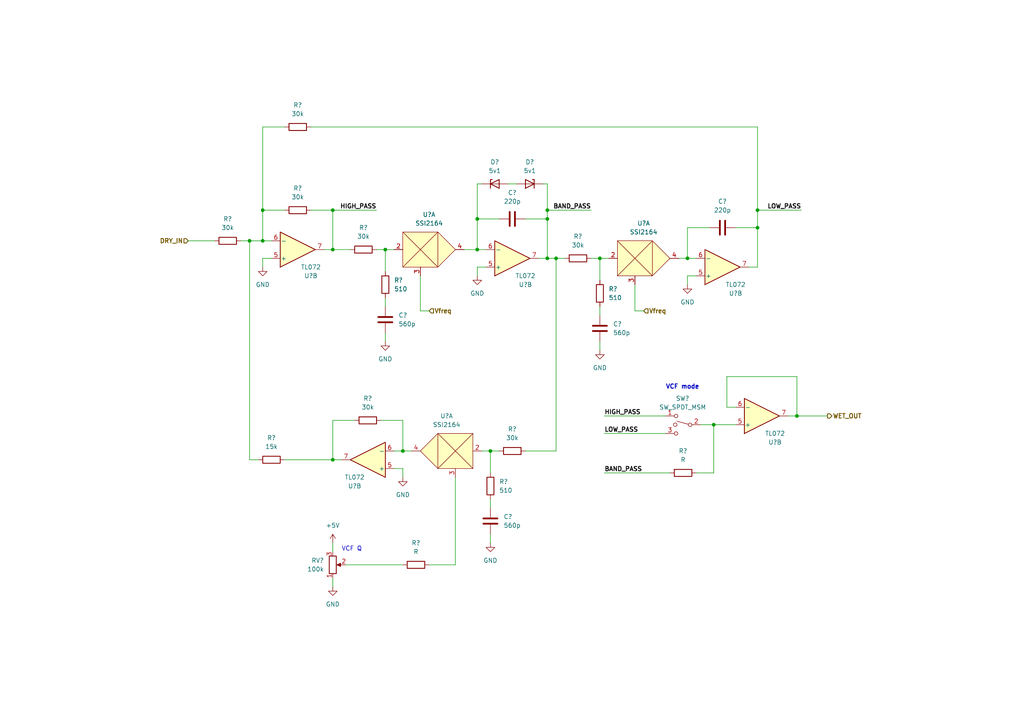
<source format=kicad_sch>
(kicad_sch (version 20230121) (generator eeschema)
  (paper "A4")
  (title_block (title "J.P. Fundrums") (date "2023-02-02") (rev "0") (comment 1 "creativecommons.org/licences/by/4.0/") (comment 2 "Licence: CC by 4.0") (comment 3 "Author: Jordan Aceto"))
  (lib_symbols
    (symbol "Amplifier_Operational:TL072" (pin_names (offset 0.127))
      (property "Reference" "U" (at 0 5.08 0))
      (property "Value" "TL072" (at 0 -5.08 0))
      (symbol "TL072_1_1"
        (polyline (pts (xy -5.08 5.08) (xy 5.08 0) (xy -5.08 -5.08) (xy -5.08 5.08)) (stroke (width 0.254)) (fill (type background)))
        (pin output line (at 7.62 0 180) (length 2.54) (name "~") (number "1"))
        (pin input line (at -7.62 -2.54 0) (length 2.54) (name "-") (number "2"))
        (pin input line (at -7.62 2.54 0) (length 2.54) (name "+") (number "3"))
      )
      (symbol "TL072_2_1"
        (polyline (pts (xy -5.08 5.08) (xy 5.08 0) (xy -5.08 -5.08) (xy -5.08 5.08)) (stroke (width 0.254)) (fill (type background)))
        (pin input line (at -7.62 2.54 0) (length 2.54) (name "+") (number "5"))
        (pin input line (at -7.62 -2.54 0) (length 2.54) (name "-") (number "6"))
        (pin output line (at 7.62 0 180) (length 2.54) (name "~") (number "7"))
      )
      (symbol "TL072_3_1"
        (pin power_in line (at -2.54 -7.62 90) (length 3.81) (name "V-") (number "4"))
        (pin power_in line (at -2.54 7.62 270) (length 3.81) (name "V+") (number "8"))
      )
    )
    (symbol "Device:C" (pin_numbers hide) (pin_names (offset 0.254))
      (property "Reference" "C" (at 0.635 2.54 0))
      (property "Value" "C" (at 0.635 -2.54 0))
      (symbol "C_0_1"
        (polyline (pts (xy -2.032 -0.762) (xy 2.032 -0.762)) (stroke (width 0.508)))
        (polyline (pts (xy -2.032 0.762) (xy 2.032 0.762)) (stroke (width 0.508)))
      )
      (symbol "C_1_1"
        (pin passive line (at 0 3.81 270) (length 2.794) (name "~") (number "1"))
        (pin passive line (at 0 -3.81 90) (length 2.794) (name "~") (number "2"))
      )
    )
    (symbol "Device:D_Zener" (pin_numbers hide) (pin_names (offset 1.016) hide)
      (property "Reference" "D" (at 0 2.54 0))
      (property "Value" "D_Zener" (at 0 -2.54 0))
      (symbol "D_Zener_0_1"
        (polyline (pts (xy 1.27 0) (xy -1.27 0)))
        (polyline (pts (xy -1.27 -1.27) (xy -1.27 1.27) (xy -0.762 1.27)) (stroke (width 0.254)))
        (polyline (pts (xy 1.27 -1.27) (xy 1.27 1.27) (xy -1.27 0) (xy 1.27 -1.27)) (stroke (width 0.254)))
      )
      (symbol "D_Zener_1_1"
        (pin passive line (at -3.81 0 0) (length 2.54) (name "K") (number "1"))
        (pin passive line (at 3.81 0 180) (length 2.54) (name "A") (number "2"))
      )
    )
    (symbol "Device:R" (pin_numbers hide) (pin_names (offset 0))
      (property "Reference" "R" (at 2.032 0 90))
      (property "Value" "R" (at 0 0 90))
      (symbol "R_0_1"
        (rectangle (start -1.016 -2.54) (end 1.016 2.54) (stroke (width 0.254)))
      )
      (symbol "R_1_1"
        (pin passive line (at 0 3.81 270) (length 1.27) (name "~") (number "1"))
        (pin passive line (at 0 -3.81 90) (length 1.27) (name "~") (number "2"))
      )
    )
    (symbol "Device:R_Potentiometer" (pin_names (offset 1.016) hide)
      (property "Reference" "RV" (at -4.445 0 90))
      (property "Value" "R_Potentiometer" (at -2.54 0 90))
      (symbol "R_Potentiometer_0_1"
        (polyline (pts (xy 2.54 0) (xy 1.524 0)))
        (polyline (pts (xy 1.143 0) (xy 2.286 0.508) (xy 2.286 -0.508) (xy 1.143 0)) (fill (type outline)))
        (rectangle (start 1.016 2.54) (end -1.016 -2.54) (stroke (width 0.254)))
      )
      (symbol "R_Potentiometer_1_1"
        (pin passive line (at 0 3.81 270) (length 1.27) (name "1") (number "1"))
        (pin passive line (at 3.81 0 180) (length 1.27) (name "2") (number "2"))
        (pin passive line (at 0 -3.81 90) (length 1.27) (name "3") (number "3"))
      )
    )
    (symbol "Switch:SW_SPDT_MSM" (pin_names (offset 0) hide)
      (property "Reference" "SW" (at 0 5.08 0))
      (property "Value" "SW_SPDT_MSM" (at 0 -5.08 0))
      (symbol "SW_SPDT_MSM_0_0"
        (circle (center -2.032 0) (radius 0.508))
        (polyline (pts (xy -1.524 0.127) (xy 1.778 1.016)))
        (circle (center 2.032 -2.54) (radius 0.508))
      )
      (symbol "SW_SPDT_MSM_0_1"
        (circle (center 2.032 2.54) (radius 0.508))
        (circle (center 2.286 0) (radius 0.508))
      )
      (symbol "SW_SPDT_MSM_1_1"
        (pin passive line (at 5.08 2.54 180) (length 2.54) (name "1") (number "1"))
        (pin passive line (at -5.08 0 0) (length 2.54) (name "2") (number "2"))
        (pin passive line (at 5.08 -2.54 180) (length 2.54) (name "3") (number "3"))
      )
    )
    (symbol "custom_symbols:SSI2164" (pin_names (offset 1.016))
      (property "Reference" "U?" (at -2.54 10.16 0))
      (property "Value" "SSI2164" (at -2.54 7.62 0))
      (symbol "SSI2164_1_1"
        (rectangle (start -5.08 5.08) (end 5.08 -5.08) (fill (type background)))
        (polyline (pts (xy 5.08 5.08) (xy -5.08 -5.08)))
        (polyline (pts (xy 5.08 5.08) (xy 10.16 0) (xy 5.08 -5.08) (xy -5.08 5.08)) (fill (type background)))
        (pin input line (at -7.62 0 0) (length 2.54) (name "~") (number "2"))
        (pin input line (at 0 -7.62 90) (length 2.54) (name "~") (number "3"))
        (pin output line (at 12.7 0 180) (length 2.54) (name "~") (number "4"))
      )
      (symbol "SSI2164_2_1"
        (rectangle (start -5.08 5.08) (end 5.08 -5.08) (fill (type background)))
        (polyline (pts (xy 5.08 5.08) (xy -5.08 -5.08)))
        (polyline (pts (xy 5.08 5.08) (xy 10.16 0) (xy 5.08 -5.08) (xy -5.08 5.08)) (fill (type background)))
        (pin output line (at 12.7 0 180) (length 2.54) (name "~") (number "5"))
        (pin input line (at 0 -7.62 90) (length 2.54) (name "~") (number "6"))
        (pin input line (at -7.62 0 0) (length 2.54) (name "~") (number "7"))
      )
      (symbol "SSI2164_3_1"
        (rectangle (start -5.08 5.08) (end 5.08 -5.08) (fill (type background)))
        (polyline (pts (xy 5.08 5.08) (xy -5.08 -5.08)))
        (polyline (pts (xy 5.08 5.08) (xy 10.16 0) (xy 5.08 -5.08) (xy -5.08 5.08)) (fill (type background)))
        (pin input line (at -7.62 0 0) (length 2.54) (name "~") (number "10"))
        (pin input line (at 0 -7.62 90) (length 2.54) (name "~") (number "11"))
        (pin output line (at 12.7 0 180) (length 2.54) (name "~") (number "12"))
      )
      (symbol "SSI2164_4_1"
        (rectangle (start -5.08 5.08) (end 5.08 -5.08) (fill (type background)))
        (polyline (pts (xy 5.08 5.08) (xy -5.08 -5.08)))
        (polyline (pts (xy 5.08 5.08) (xy 10.16 0) (xy 5.08 -5.08) (xy -5.08 5.08)) (fill (type background)))
        (pin output line (at 12.7 0 180) (length 2.54) (name "~") (number "13"))
        (pin input line (at 0 -7.62 90) (length 2.54) (name "~") (number "14"))
        (pin input line (at -7.62 0 0) (length 2.54) (name "~") (number "15"))
      )
      (symbol "SSI2164_5_1"
        (rectangle (start 2.54 6.35) (end -5.08 -11.43) (fill (type background)))
        (pin input line (at 5.08 -10.16 180) (length 2.54) (name "mode") (number "1"))
        (pin power_in line (at 5.08 5.08 180) (length 2.54) (name "V+") (number "16"))
        (pin power_in line (at 5.08 0 180) (length 2.54) (name "gnd") (number "8"))
        (pin power_in line (at 5.08 -5.08 180) (length 2.54) (name "V-") (number "9"))
      )
    )
    (symbol "power:+5V" (power) (pin_names (offset 0))
      (property "Value" "+5V" (at 0 3.556 0))
      (symbol "+5V_0_1"
        (polyline (pts (xy -0.762 1.27) (xy 0 2.54)))
        (polyline (pts (xy 0 0) (xy 0 2.54)))
        (polyline (pts (xy 0 2.54) (xy 0.762 1.27)))
      )
      (symbol "+5V_1_1"
        (pin power_in line (at 0 0 90) (length 0) hide (name "+5V") (number "1"))
      )
    )
    (symbol "power:GND" (power) (pin_names (offset 0))
      (property "Value" "GND" (at 0 -3.81 0))
      (symbol "GND_0_1"
        (polyline (pts (xy 0 0) (xy 0 -1.27) (xy 1.27 -1.27) (xy 0 -2.54) (xy -1.27 -1.27) (xy 0 -1.27)))
      )
      (symbol "GND_1_1"
        (pin power_in line (at 0 0 270) (length 0) hide (name "GND") (number "1"))
      )
    )
  )
  (junction (at 76.2 69.85))
  (junction (at 219.71 66.04))
  (junction (at 158.75 60.96))
  (junction (at 158.75 74.93))
  (junction (at 138.43 72.39))
  (junction (at 199.39 74.93))
  (junction (at 96.52 60.96))
  (junction (at 76.2 60.96))
  (junction (at 111.76 72.39))
  (junction (at 173.99 74.93))
  (junction (at 158.75 63.5))
  (junction (at 219.71 60.96))
  (junction (at 72.39 69.85))
  (junction (at 116.84 130.81))
  (junction (at 142.24 130.81))
  (junction (at 161.29 74.93))
  (junction (at 138.43 63.5))
  (junction (at 96.52 133.35))
  (junction (at 231.14 120.65))
  (junction (at 96.52 72.39))
  (junction (at 207.01 123.19))
  (wire (pts (xy 158.75 74.93) (xy 161.29 74.93)))
  (wire (pts (xy 158.75 53.34) (xy 157.48 53.34)))
  (wire (pts (xy 201.93 74.93) (xy 199.39 74.93)))
  (wire (pts (xy 173.99 99.06) (xy 173.99 101.6)))
  (wire (pts (xy 173.99 88.9) (xy 173.99 91.44)))
  (wire (pts (xy 193.04 125.73) (xy 175.26 125.73)))
  (wire (pts (xy 138.43 77.47) (xy 140.97 77.47)))
  (wire (pts (xy 72.39 69.85) (xy 76.2 69.85)))
  (wire (pts (xy 219.71 60.96) (xy 219.71 36.83)))
  (wire (pts (xy 72.39 133.35) (xy 72.39 69.85)))
  (wire (pts (xy 132.08 163.83) (xy 132.08 138.43)))
  (wire (pts (xy 116.84 135.89) (xy 114.3 135.89)))
  (wire (pts (xy 76.2 60.96) (xy 82.55 60.96)))
  (wire (pts (xy 111.76 96.52) (xy 111.76 99.06)))
  (wire (pts (xy 96.52 60.96) (xy 109.22 60.96)))
  (wire (pts (xy 121.92 90.17) (xy 124.46 90.17)))
  (wire (pts (xy 121.92 80.01) (xy 121.92 90.17)))
  (wire (pts (xy 203.2 123.19) (xy 207.01 123.19)))
  (wire (pts (xy 199.39 74.93) (xy 199.39 66.04)))
  (wire (pts (xy 231.14 109.22) (xy 231.14 120.65)))
  (wire (pts (xy 54.61 69.85) (xy 62.23 69.85)))
  (wire (pts (xy 207.01 137.16) (xy 207.01 123.19)))
  (wire (pts (xy 158.75 60.96) (xy 158.75 53.34)))
  (wire (pts (xy 76.2 74.93) (xy 76.2 77.47)))
  (wire (pts (xy 96.52 157.48) (xy 96.52 160.02)))
  (wire (pts (xy 69.85 69.85) (xy 72.39 69.85)))
  (wire (pts (xy 82.55 133.35) (xy 96.52 133.35)))
  (wire (pts (xy 142.24 154.94) (xy 142.24 157.48)))
  (wire (pts (xy 139.7 130.81) (xy 142.24 130.81)))
  (wire (pts (xy 207.01 123.19) (xy 213.36 123.19)))
  (wire (pts (xy 111.76 72.39) (xy 114.3 72.39)))
  (wire (pts (xy 142.24 144.78) (xy 142.24 147.32)))
  (wire (pts (xy 219.71 36.83) (xy 90.17 36.83)))
  (wire (pts (xy 184.15 82.55) (xy 184.15 90.17)))
  (wire (pts (xy 171.45 74.93) (xy 173.99 74.93)))
  (wire (pts (xy 116.84 130.81) (xy 119.38 130.81)))
  (wire (pts (xy 96.52 170.18) (xy 96.52 167.64)))
  (wire (pts (xy 210.82 118.11) (xy 210.82 109.22)))
  (wire (pts (xy 116.84 121.92) (xy 110.49 121.92)))
  (wire (pts (xy 184.15 90.17) (xy 186.69 90.17)))
  (wire (pts (xy 231.14 120.65) (xy 240.03 120.65)))
  (wire (pts (xy 158.75 60.96) (xy 171.45 60.96)))
  (wire (pts (xy 74.93 133.35) (xy 72.39 133.35)))
  (wire (pts (xy 116.84 130.81) (xy 116.84 121.92)))
  (wire (pts (xy 158.75 74.93) (xy 158.75 63.5)))
  (wire (pts (xy 219.71 77.47) (xy 219.71 66.04)))
  (wire (pts (xy 114.3 130.81) (xy 116.84 130.81)))
  (wire (pts (xy 111.76 86.36) (xy 111.76 88.9)))
  (wire (pts (xy 199.39 80.01) (xy 199.39 82.55)))
  (wire (pts (xy 175.26 137.16) (xy 194.31 137.16)))
  (wire (pts (xy 82.55 36.83) (xy 76.2 36.83)))
  (wire (pts (xy 140.97 72.39) (xy 138.43 72.39)))
  (wire (pts (xy 96.52 133.35) (xy 96.52 121.92)))
  (wire (pts (xy 152.4 130.81) (xy 161.29 130.81)))
  (wire (pts (xy 161.29 130.81) (xy 161.29 74.93)))
  (wire (pts (xy 201.93 137.16) (xy 207.01 137.16)))
  (wire (pts (xy 78.74 69.85) (xy 76.2 69.85)))
  (wire (pts (xy 158.75 63.5) (xy 158.75 60.96)))
  (wire (pts (xy 138.43 53.34) (xy 139.7 53.34)))
  (wire (pts (xy 76.2 69.85) (xy 76.2 60.96)))
  (wire (pts (xy 124.46 163.83) (xy 132.08 163.83)))
  (wire (pts (xy 76.2 36.83) (xy 76.2 60.96)))
  (wire (pts (xy 219.71 66.04) (xy 213.36 66.04)))
  (wire (pts (xy 199.39 66.04) (xy 205.74 66.04)))
  (wire (pts (xy 116.84 135.89) (xy 116.84 138.43)))
  (wire (pts (xy 219.71 60.96) (xy 232.41 60.96)))
  (wire (pts (xy 193.04 120.65) (xy 175.26 120.65)))
  (wire (pts (xy 210.82 109.22) (xy 231.14 109.22)))
  (wire (pts (xy 231.14 120.65) (xy 228.6 120.65)))
  (wire (pts (xy 111.76 78.74) (xy 111.76 72.39)))
  (wire (pts (xy 96.52 72.39) (xy 96.52 60.96)))
  (wire (pts (xy 99.06 133.35) (xy 96.52 133.35)))
  (wire (pts (xy 134.62 72.39) (xy 138.43 72.39)))
  (wire (pts (xy 138.43 63.5) (xy 144.78 63.5)))
  (wire (pts (xy 158.75 63.5) (xy 152.4 63.5)))
  (wire (pts (xy 196.85 74.93) (xy 199.39 74.93)))
  (wire (pts (xy 138.43 72.39) (xy 138.43 63.5)))
  (wire (pts (xy 217.17 77.47) (xy 219.71 77.47)))
  (wire (pts (xy 96.52 60.96) (xy 90.17 60.96)))
  (wire (pts (xy 147.32 53.34) (xy 149.86 53.34)))
  (wire (pts (xy 173.99 74.93) (xy 176.53 74.93)))
  (wire (pts (xy 213.36 118.11) (xy 210.82 118.11)))
  (wire (pts (xy 138.43 77.47) (xy 138.43 80.01)))
  (wire (pts (xy 96.52 121.92) (xy 102.87 121.92)))
  (wire (pts (xy 142.24 137.16) (xy 142.24 130.81)))
  (wire (pts (xy 100.33 163.83) (xy 116.84 163.83)))
  (wire (pts (xy 109.22 72.39) (xy 111.76 72.39)))
  (wire (pts (xy 199.39 80.01) (xy 201.93 80.01)))
  (wire (pts (xy 93.98 72.39) (xy 96.52 72.39)))
  (wire (pts (xy 219.71 66.04) (xy 219.71 60.96)))
  (wire (pts (xy 76.2 74.93) (xy 78.74 74.93)))
  (wire (pts (xy 161.29 74.93) (xy 163.83 74.93)))
  (wire (pts (xy 96.52 72.39) (xy 101.6 72.39)))
  (wire (pts (xy 138.43 63.5) (xy 138.43 53.34)))
  (wire (pts (xy 173.99 81.28) (xy 173.99 74.93)))
  (wire (pts (xy 156.21 74.93) (xy 158.75 74.93)))
  (wire (pts (xy 142.24 130.81) (xy 144.78 130.81)))
  (text "VCF Q" (at 99.06 160.02 0) (effects (font (size 1.27 1.27)) (justify left bottom)))
  (text "VCF mode" (at 193.04 113.03 0) (effects (font (size 1.27 1.27) bold) (justify left bottom)))
  (label "BAND_PASS" (at 171.45 60.96 180) (effects (font bold)))
  (label "LOW_PASS" (at 175.26 125.73 0) (effects (font bold)))
  (label "LOW_PASS" (at 232.41 60.96 180) (effects (font bold)))
  (label "BAND_PASS" (at 175.26 137.16 0) (effects (font bold)))
  (label "HIGH_PASS" (at 175.26 120.65 0) (effects (font bold)))
  (label "HIGH_PASS" (at 109.22 60.96 180) (effects (font bold)))
  (hierarchical_label "Vfreq" (shape input) (at 124.46 90.17 0) (effects (font bold)))
  (hierarchical_label "DRY_IN" (shape input) (at 54.61 69.85 180) (effects (font bold)))
  (hierarchical_label "WET_OUT" (shape output) (at 240.03 120.65 0) (effects (font bold)))
  (hierarchical_label "Vfreq" (shape input) (at 186.69 90.17 0) (effects (font bold)))
  (symbol (lib_id "Device:C") (at 142.24 151.13 0) (unit 1)
    (property "Reference" "C?" (at 146.05 149.8599 0) (effects (justify left)))
    (property "Value" "560p" (at 146.05 152.3999 0) (effects (justify left)))
    (instances (project "fundrums" (path "" (reference "C?") (unit 1)) (path "" (reference "C100") (unit 1))))
  )
  (symbol (lib_id "Amplifier_Operational:TL072") (at 86.36 72.39 0) (mirror x) (unit 2)
    (property "Reference" "U?" (at 90.17 80.01 0))
    (property "Value" "TL072" (at 90.17 77.47 0))
    (property "Datasheet" "http://www.ti.com/lit/ds/symlink/tl071.pdf" (effects hide))
    (instances (project "fundrums" (path "" (reference "U?") (unit 2)) (path "" (reference "U56") (unit 2))))
  )
  (symbol (lib_id "power:GND") (at 138.43 80.01 0) (unit 1)
    (property "Reference" "#PWR?" (effects hide))
    (property "Value" "GND" (at 138.43 85.09 0))
    (instances (project "fundrums" (path "" (reference "#PWR?") (unit 1)) (path "" (reference "#PWR064") (unit 1))))
  )
  (symbol (lib_id "power:GND") (at 96.52 170.18 0) (unit 1)
    (property "Reference" "#PWR03" (effects hide))
    (property "Value" "GND" (at 96.52 175.26 0))
    (instances (project "fundrums" (path "" (reference "#PWR03") (unit 1)) (path "" (reference "#PWR061") (unit 1))))
  )
  (symbol (lib_id "Switch:SW_SPDT_MSM") (at 198.12 123.19 0) (mirror y) (unit 1)
    (property "Reference" "SW?" (at 197.993 115.57 0))
    (property "Value" "SW_SPDT_MSM" (at 197.993 118.11 0))
    (instances (project "fundrums" (path "" (reference "SW?") (unit 1)) (path "" (reference "SW34") (unit 1))))
  )
  (symbol (lib_id "power:GND") (at 142.24 157.48 0) (unit 1)
    (property "Reference" "#PWR01" (effects hide))
    (property "Value" "GND" (at 142.24 162.56 0))
    (instances (project "fundrums" (path "" (reference "#PWR01") (unit 1)) (path "" (reference "#PWR065") (unit 1))))
  )
  (symbol (lib_id "Amplifier_Operational:TL072") (at 209.55 77.47 0) (mirror x) (unit 2)
    (property "Reference" "U?" (at 213.36 85.09 0))
    (property "Value" "TL072" (at 213.36 82.55 0))
    (property "Datasheet" "http://www.ti.com/lit/ds/symlink/tl071.pdf" (effects hide))
    (instances (project "fundrums" (path "" (reference "U?") (unit 2)) (path "" (reference "U57") (unit 2))))
  )
  (symbol (lib_id "Device:R") (at 86.36 60.96 90) (unit 1)
    (property "Reference" "R?" (at 86.36 54.61 90))
    (property "Value" "30k" (at 86.36 57.15 90))
    (instances (project "fundrums" (path "" (reference "R?") (unit 1)) (path "" (reference "R369") (unit 1))))
  )
  (symbol (lib_id "Device:R") (at 111.76 82.55 0) (unit 1)
    (property "Reference" "R?" (at 114.3 81.2799 0) (effects (justify left)))
    (property "Value" "510" (at 114.3 83.8199 0) (effects (justify left)))
    (instances (project "fundrums" (path "" (reference "R?") (unit 1)) (path "" (reference "R372") (unit 1))))
  )
  (symbol (lib_id "power:GND") (at 116.84 138.43 0) (mirror y) (unit 1)
    (property "Reference" "#PWR02" (effects hide))
    (property "Value" "GND" (at 116.84 143.51 0))
    (instances (project "fundrums" (path "" (reference "#PWR02") (unit 1)) (path "" (reference "#PWR063") (unit 1))))
  )
  (symbol (lib_id "Device:R") (at 66.04 69.85 90) (unit 1)
    (property "Reference" "R?" (at 66.04 63.5 90))
    (property "Value" "30k" (at 66.04 66.04 90))
    (instances (project "fundrums" (path "" (reference "R?") (unit 1)) (path "" (reference "R366") (unit 1))))
  )
  (symbol (lib_id "Device:R") (at 173.99 85.09 0) (unit 1)
    (property "Reference" "R?" (at 176.53 83.8199 0) (effects (justify left)))
    (property "Value" "510" (at 176.53 86.3599 0) (effects (justify left)))
    (instances (project "fundrums" (path "" (reference "R?") (unit 1)) (path "" (reference "R377") (unit 1))))
  )
  (symbol (lib_id "Device:C") (at 148.59 63.5 90) (unit 1)
    (property "Reference" "C?" (at 148.59 55.88 90))
    (property "Value" "220p" (at 148.59 58.42 90))
    (instances (project "fundrums" (path "" (reference "C?") (unit 1)) (path "" (reference "C101") (unit 1))))
  )
  (symbol (lib_id "custom_symbols:SSI2164") (at 132.08 130.81 0) (mirror y) (unit 1)
    (property "Reference" "U?" (at 129.54 120.65 0))
    (property "Value" "SSI2164" (at 129.54 123.19 0))
    (property "Footprint" "Package_SO:SO-16_3.9x9.9mm_P1.27mm" (effects hide))
    (instances (project "fundrums" (path "" (reference "U?") (unit 1)) (path "" (reference "U59") (unit 3))))
  )
  (symbol (lib_id "Amplifier_Operational:TL072") (at 106.68 133.35 180) (unit 2)
    (property "Reference" "U?" (at 102.87 140.97 0))
    (property "Value" "TL072" (at 102.87 138.43 0))
    (property "Datasheet" "http://www.ti.com/lit/ds/symlink/tl071.pdf" (effects hide))
    (instances (project "fundrums" (path "" (reference "U?") (unit 2)) (path "" (reference "U58") (unit 2))))
  )
  (symbol (lib_id "Device:R") (at 167.64 74.93 90) (unit 1)
    (property "Reference" "R?" (at 167.64 68.58 90))
    (property "Value" "30k" (at 167.64 71.12 90))
    (instances (project "fundrums" (path "" (reference "R?") (unit 1)) (path "" (reference "R376") (unit 1))))
  )
  (symbol (lib_id "power:GND") (at 173.99 101.6 0) (unit 1)
    (property "Reference" "#PWR?" (effects hide))
    (property "Value" "GND" (at 173.99 106.68 0))
    (instances (project "fundrums" (path "" (reference "#PWR?") (unit 1)) (path "" (reference "#PWR066") (unit 1))))
  )
  (symbol (lib_id "custom_symbols:SSI2164") (at 184.15 74.93 0) (unit 1)
    (property "Reference" "U?" (at 186.69 64.77 0))
    (property "Value" "SSI2164" (at 186.69 67.31 0))
    (property "Footprint" "Package_SO:SO-16_3.9x9.9mm_P1.27mm" (effects hide))
    (instances (project "fundrums" (path "" (reference "U?") (unit 1)) (path "" (reference "U59") (unit 2))))
  )
  (symbol (lib_id "power:GND") (at 76.2 77.47 0) (unit 1)
    (property "Reference" "#PWR?" (effects hide))
    (property "Value" "GND" (at 76.2 82.55 0))
    (instances (project "fundrums" (path "" (reference "#PWR?") (unit 1)) (path "" (reference "#PWR059") (unit 1))))
  )
  (symbol (lib_id "Device:C") (at 209.55 66.04 90) (unit 1)
    (property "Reference" "C?" (at 209.55 58.42 90))
    (property "Value" "220p" (at 209.55 60.96 90))
    (instances (project "fundrums" (path "" (reference "C?") (unit 1)) (path "" (reference "C103") (unit 1))))
  )
  (symbol (lib_id "custom_symbols:SSI2164") (at 121.92 72.39 0) (unit 1)
    (property "Reference" "U?" (at 124.46 62.23 0))
    (property "Value" "SSI2164" (at 124.46 64.77 0))
    (property "Footprint" "Package_SO:SO-16_3.9x9.9mm_P1.27mm" (effects hide))
    (instances (project "fundrums" (path "" (reference "U?") (unit 1)) (path "" (reference "U59") (unit 1))))
  )
  (symbol (lib_id "Device:C") (at 173.99 95.25 0) (unit 1)
    (property "Reference" "C?" (at 177.8 93.9799 0) (effects (justify left)))
    (property "Value" "560p" (at 177.8 96.5199 0) (effects (justify left)))
    (instances (project "fundrums" (path "" (reference "C?") (unit 1)) (path "" (reference "C102") (unit 1))))
  )
  (symbol (lib_id "Device:C") (at 111.76 92.71 0) (unit 1)
    (property "Reference" "C?" (at 115.57 91.4399 0) (effects (justify left)))
    (property "Value" "560p" (at 115.57 93.9799 0) (effects (justify left)))
    (instances (project "fundrums" (path "" (reference "C?") (unit 1)) (path "" (reference "C99") (unit 1))))
  )
  (symbol (lib_id "Device:D_Zener") (at 143.51 53.34 0) (unit 1)
    (property "Reference" "D?" (at 143.51 46.99 0))
    (property "Value" "5v1" (at 143.51 49.53 0))
    (instances (project "fundrums" (path "" (reference "D?") (unit 1)) (path "" (reference "D37") (unit 1))))
  )
  (symbol (lib_id "Device:R") (at 105.41 72.39 90) (unit 1)
    (property "Reference" "R?" (at 105.41 66.04 90))
    (property "Value" "30k" (at 105.41 68.58 90))
    (instances (project "fundrums" (path "" (reference "R?") (unit 1)) (path "" (reference "R370") (unit 1))))
  )
  (symbol (lib_id "Device:R") (at 86.36 36.83 90) (unit 1)
    (property "Reference" "R?" (at 86.36 30.48 90))
    (property "Value" "30k" (at 86.36 33.02 90))
    (instances (project "fundrums" (path "" (reference "R?") (unit 1)) (path "" (reference "R368") (unit 1))))
  )
  (symbol (lib_id "Amplifier_Operational:TL072") (at 220.98 120.65 0) (mirror x) (unit 2)
    (property "Reference" "U?" (at 224.79 128.27 0))
    (property "Value" "TL072" (at 224.79 125.73 0))
    (property "Datasheet" "http://www.ti.com/lit/ds/symlink/tl071.pdf" (effects hide))
    (instances (project "fundrums" (path "" (reference "U?") (unit 2)) (path "" (reference "U56") (unit 2))))
  )
  (symbol (lib_id "Device:R") (at 120.65 163.83 90) (unit 1)
    (property "Reference" "R?" (at 120.65 157.48 90))
    (property "Value" "R" (at 120.65 160.02 90))
    (instances (project "fundrums" (path "" (reference "R?") (unit 1)) (path "" (reference "R373") (unit 1))))
  )
  (symbol (lib_id "Device:R") (at 198.12 137.16 90) (unit 1)
    (property "Reference" "R?" (at 198.12 130.81 90))
    (property "Value" "R" (at 198.12 133.35 90))
    (instances (project "fundrums" (path "" (reference "R?") (unit 1)) (path "" (reference "R378") (unit 1))))
  )
  (symbol (lib_id "Device:D_Zener") (at 153.67 53.34 0) (mirror y) (unit 1)
    (property "Reference" "D?" (at 153.67 46.99 0))
    (property "Value" "5v1" (at 153.67 49.53 0))
    (instances (project "fundrums" (path "" (reference "D?") (unit 1)) (path "" (reference "D38") (unit 1))))
  )
  (symbol (lib_id "power:+5V") (at 96.52 157.48 0) (unit 1)
    (property "Reference" "#PWR040" (effects hide))
    (property "Value" "+5V" (at 96.52 152.4 0))
    (instances (project "fundrums" (path "" (reference "#PWR040") (unit 1)) (path "" (reference "#PWR060") (unit 1))))
  )
  (symbol (lib_id "power:GND") (at 199.39 82.55 0) (unit 1)
    (property "Reference" "#PWR?" (effects hide))
    (property "Value" "GND" (at 199.39 87.63 0))
    (instances (project "fundrums" (path "" (reference "#PWR?") (unit 1)) (path "" (reference "#PWR067") (unit 1))))
  )
  (symbol (lib_id "Amplifier_Operational:TL072") (at 148.59 74.93 0) (mirror x) (unit 2)
    (property "Reference" "U?" (at 152.4 82.55 0))
    (property "Value" "TL072" (at 152.4 80.01 0))
    (property "Datasheet" "http://www.ti.com/lit/ds/symlink/tl071.pdf" (effects hide))
    (instances (project "fundrums" (path "" (reference "U?") (unit 2)) (path "" (reference "U57") (unit 1))))
  )
  (symbol (lib_id "power:GND") (at 111.76 99.06 0) (unit 1)
    (property "Reference" "#PWR?" (effects hide))
    (property "Value" "GND" (at 111.76 104.14 0))
    (instances (project "fundrums" (path "" (reference "#PWR?") (unit 1)) (path "" (reference "#PWR062") (unit 1))))
  )
  (symbol (lib_id "Device:R") (at 78.74 133.35 90) (unit 1)
    (property "Reference" "R?" (at 78.74 127 90))
    (property "Value" "15k" (at 78.74 129.54 90))
    (instances (project "fundrums" (path "" (reference "R?") (unit 1)) (path "" (reference "R367") (unit 1))))
  )
  (symbol (lib_id "Device:R") (at 142.24 140.97 0) (unit 1)
    (property "Reference" "R?" (at 144.78 139.6999 0) (effects (justify left)))
    (property "Value" "510" (at 144.78 142.2399 0) (effects (justify left)))
    (instances (project "fundrums" (path "" (reference "R?") (unit 1)) (path "" (reference "R374") (unit 1))))
  )
  (symbol (lib_id "Device:R_Potentiometer") (at 96.52 163.83 0) (mirror x) (unit 1)
    (property "Reference" "RV?" (at 93.98 162.56 0) (effects (justify right)))
    (property "Value" "100k" (at 93.98 165.1 0) (effects (justify right)))
    (instances (project "fundrums" (path "" (reference "RV?") (unit 1)) (path "" (reference "RV54") (unit 1))))
  )
  (symbol (lib_id "Device:R") (at 106.68 121.92 270) (mirror x) (unit 1)
    (property "Reference" "R?" (at 106.68 115.57 90))
    (property "Value" "30k" (at 106.68 118.11 90))
    (instances (project "fundrums" (path "" (reference "R?") (unit 1)) (path "" (reference "R371") (unit 1))))
  )
  (symbol (lib_id "Device:R") (at 148.59 130.81 90) (mirror x) (unit 1)
    (property "Reference" "R?" (at 148.59 124.46 90))
    (property "Value" "30k" (at 148.59 127 90))
    (instances (project "fundrums" (path "" (reference "R?") (unit 1)) (path "" (reference "R375") (unit 1))))
  )
)
</source>
